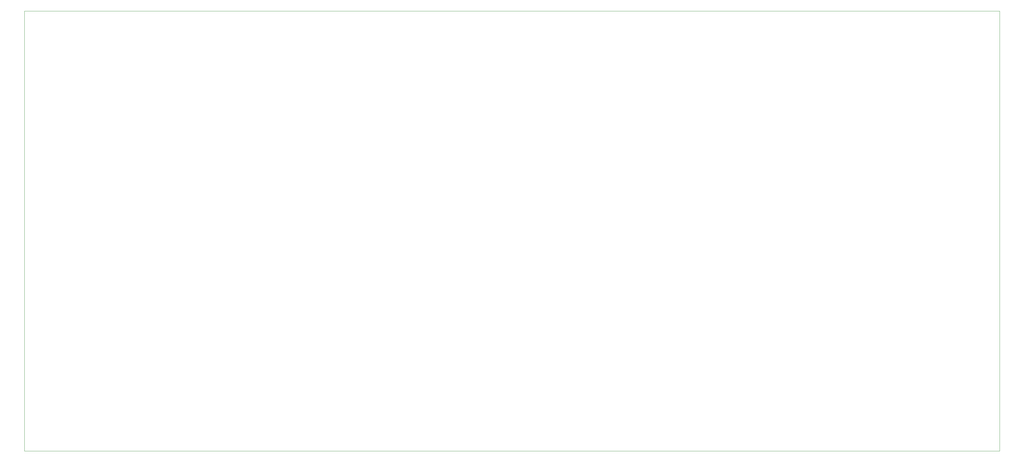
<source format=gbr>
%TF.GenerationSoftware,KiCad,Pcbnew,8.0.6*%
%TF.CreationDate,2025-04-07T11:26:50-07:00*%
%TF.ProjectId,csi_project,6373695f-7072-46f6-9a65-63742e6b6963,rev?*%
%TF.SameCoordinates,Original*%
%TF.FileFunction,Profile,NP*%
%FSLAX46Y46*%
G04 Gerber Fmt 4.6, Leading zero omitted, Abs format (unit mm)*
G04 Created by KiCad (PCBNEW 8.0.6) date 2025-04-07 11:26:50*
%MOMM*%
%LPD*%
G01*
G04 APERTURE LIST*
%TA.AperFunction,Profile*%
%ADD10C,0.050000*%
%TD*%
G04 APERTURE END LIST*
D10*
X290200000Y-5800000D02*
X5800000Y-5800000D01*
X290200000Y-134200000D02*
X290200000Y-5800000D01*
X5800000Y-134200000D02*
X290200000Y-134200000D01*
X5800000Y-5800000D02*
X5800000Y-134200000D01*
M02*

</source>
